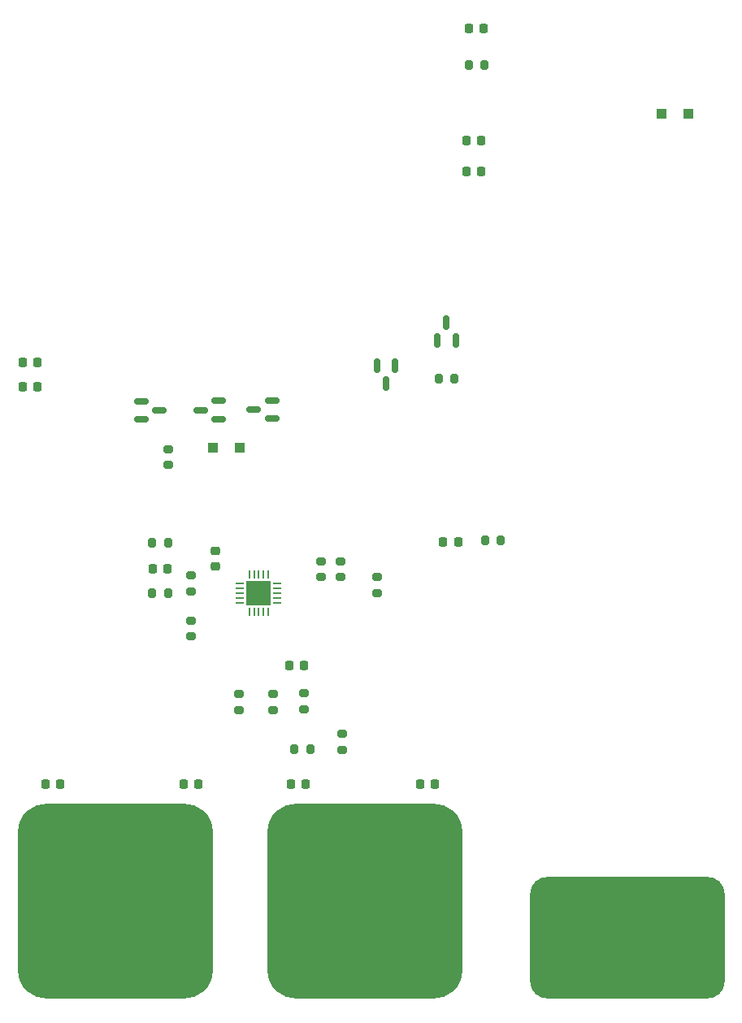
<source format=gbr>
%TF.GenerationSoftware,KiCad,Pcbnew,9.0.3*%
%TF.CreationDate,2025-08-01T10:01:51-04:00*%
%TF.ProjectId,ECG,4543472e-6b69-4636-9164-5f7063625858,rev?*%
%TF.SameCoordinates,Original*%
%TF.FileFunction,Paste,Top*%
%TF.FilePolarity,Positive*%
%FSLAX46Y46*%
G04 Gerber Fmt 4.6, Leading zero omitted, Abs format (unit mm)*
G04 Created by KiCad (PCBNEW 9.0.3) date 2025-08-01 10:01:51*
%MOMM*%
%LPD*%
G01*
G04 APERTURE LIST*
G04 Aperture macros list*
%AMRoundRect*
0 Rectangle with rounded corners*
0 $1 Rounding radius*
0 $2 $3 $4 $5 $6 $7 $8 $9 X,Y pos of 4 corners*
0 Add a 4 corners polygon primitive as box body*
4,1,4,$2,$3,$4,$5,$6,$7,$8,$9,$2,$3,0*
0 Add four circle primitives for the rounded corners*
1,1,$1+$1,$2,$3*
1,1,$1+$1,$4,$5*
1,1,$1+$1,$6,$7*
1,1,$1+$1,$8,$9*
0 Add four rect primitives between the rounded corners*
20,1,$1+$1,$2,$3,$4,$5,0*
20,1,$1+$1,$4,$5,$6,$7,0*
20,1,$1+$1,$6,$7,$8,$9,0*
20,1,$1+$1,$8,$9,$2,$3,0*%
G04 Aperture macros list end*
%ADD10C,0.000000*%
%ADD11RoundRect,0.200000X-0.275000X0.200000X-0.275000X-0.200000X0.275000X-0.200000X0.275000X0.200000X0*%
%ADD12RoundRect,0.225000X0.225000X0.250000X-0.225000X0.250000X-0.225000X-0.250000X0.225000X-0.250000X0*%
%ADD13RoundRect,0.225000X-0.225000X-0.250000X0.225000X-0.250000X0.225000X0.250000X-0.225000X0.250000X0*%
%ADD14RoundRect,3.048000X7.112000X7.112000X-7.112000X7.112000X-7.112000X-7.112000X7.112000X-7.112000X0*%
%ADD15RoundRect,0.200000X0.275000X-0.200000X0.275000X0.200000X-0.275000X0.200000X-0.275000X-0.200000X0*%
%ADD16RoundRect,0.200000X0.200000X0.275000X-0.200000X0.275000X-0.200000X-0.275000X0.200000X-0.275000X0*%
%ADD17RoundRect,1.905000X8.255000X4.445000X-8.255000X4.445000X-8.255000X-4.445000X8.255000X-4.445000X0*%
%ADD18RoundRect,0.150000X0.150000X-0.587500X0.150000X0.587500X-0.150000X0.587500X-0.150000X-0.587500X0*%
%ADD19RoundRect,0.200000X-0.200000X-0.275000X0.200000X-0.275000X0.200000X0.275000X-0.200000X0.275000X0*%
%ADD20RoundRect,0.150000X0.587500X0.150000X-0.587500X0.150000X-0.587500X-0.150000X0.587500X-0.150000X0*%
%ADD21RoundRect,0.150000X-0.587500X-0.150000X0.587500X-0.150000X0.587500X0.150000X-0.587500X0.150000X0*%
%ADD22RoundRect,0.250000X-0.300000X-0.300000X0.300000X-0.300000X0.300000X0.300000X-0.300000X0.300000X0*%
%ADD23RoundRect,0.218750X0.218750X0.256250X-0.218750X0.256250X-0.218750X-0.256250X0.218750X-0.256250X0*%
%ADD24RoundRect,0.218750X-0.218750X-0.256250X0.218750X-0.256250X0.218750X0.256250X-0.218750X0.256250X0*%
%ADD25RoundRect,0.150000X-0.150000X0.587500X-0.150000X-0.587500X0.150000X-0.587500X0.150000X0.587500X0*%
%ADD26RoundRect,0.225000X-0.250000X0.225000X-0.250000X-0.225000X0.250000X-0.225000X0.250000X0.225000X0*%
%ADD27R,0.274600X0.804800*%
%ADD28R,0.804800X0.274600*%
%ADD29R,2.650000X2.650000*%
G04 APERTURE END LIST*
D10*
%TO.C,U1*%
G36*
X121537602Y-87193000D02*
G01*
X120412602Y-87193000D01*
X120412602Y-86068000D01*
X121537602Y-86068000D01*
X121537602Y-87193000D01*
G37*
G36*
X121537602Y-88518000D02*
G01*
X120412602Y-88518000D01*
X120412602Y-87393000D01*
X121537602Y-87393000D01*
X121537602Y-88518000D01*
G37*
G36*
X122862602Y-87193000D02*
G01*
X121737602Y-87193000D01*
X121737602Y-86068000D01*
X122862602Y-86068000D01*
X122862602Y-87193000D01*
G37*
G36*
X122862602Y-88518000D02*
G01*
X121737602Y-88518000D01*
X121737602Y-87393000D01*
X122862602Y-87393000D01*
X122862602Y-88518000D01*
G37*
%TD*%
D11*
%TO.C,R8*%
X130340001Y-101967999D03*
X130340001Y-103617999D03*
%TD*%
D12*
%TO.C,C4*%
X112140001Y-84792999D03*
X110590001Y-84792999D03*
%TD*%
D11*
%TO.C,R7*%
X114590001Y-85467999D03*
X114590001Y-87117999D03*
%TD*%
D13*
%TO.C,C13*%
X97028000Y-63276000D03*
X98578000Y-63276000D03*
%TD*%
D14*
%TO.C,TP11*%
X106680000Y-119380000D03*
%TD*%
D13*
%TO.C,C9*%
X113779000Y-107188000D03*
X115329000Y-107188000D03*
%TD*%
D15*
%TO.C,R15*%
X112200000Y-73925000D03*
X112200000Y-72275000D03*
%TD*%
D16*
%TO.C,R17*%
X112165001Y-82042999D03*
X110515001Y-82042999D03*
%TD*%
D15*
%TO.C,R4*%
X123090001Y-99442999D03*
X123090001Y-97792999D03*
%TD*%
D17*
%TO.C,TP9*%
X160020000Y-123190000D03*
%TD*%
D18*
%TO.C,Q1*%
X140250000Y-60937500D03*
X142150000Y-60937500D03*
X141200000Y-59062500D03*
%TD*%
D13*
%TO.C,C1*%
X143243000Y-40132000D03*
X144793000Y-40132000D03*
%TD*%
D19*
%TO.C,R1*%
X145190001Y-81792999D03*
X146840001Y-81792999D03*
%TD*%
D13*
%TO.C,C14*%
X97028000Y-65786000D03*
X98578000Y-65786000D03*
%TD*%
D15*
%TO.C,R13*%
X128090001Y-85617999D03*
X128090001Y-83967999D03*
%TD*%
D13*
%TO.C,C12*%
X143243000Y-43307000D03*
X144793000Y-43307000D03*
%TD*%
D20*
%TO.C,Q5*%
X123000000Y-69100000D03*
X123000000Y-67200000D03*
X121125000Y-68150000D03*
%TD*%
D15*
%TO.C,R10*%
X126340001Y-99367999D03*
X126340001Y-97717999D03*
%TD*%
D14*
%TO.C,TP10*%
X132715000Y-119380000D03*
%TD*%
D21*
%TO.C,Q3*%
X109400000Y-67300000D03*
X109400000Y-69200000D03*
X111275000Y-68250000D03*
%TD*%
D13*
%TO.C,C8*%
X124955000Y-107188000D03*
X126505000Y-107188000D03*
%TD*%
D22*
%TO.C,D2*%
X116837000Y-72136000D03*
X119637000Y-72136000D03*
%TD*%
D13*
%TO.C,C5*%
X124815001Y-94792999D03*
X126365001Y-94792999D03*
%TD*%
D11*
%TO.C,R5*%
X114590001Y-90142999D03*
X114590001Y-91792999D03*
%TD*%
D13*
%TO.C,C11*%
X99415000Y-107188000D03*
X100965000Y-107188000D03*
%TD*%
D16*
%TO.C,R9*%
X126990001Y-103542999D03*
X125340001Y-103542999D03*
%TD*%
D23*
%TO.C,D1*%
X142392500Y-81915000D03*
X140817500Y-81915000D03*
%TD*%
D24*
%TO.C,D4*%
X143510000Y-28448000D03*
X145085000Y-28448000D03*
%TD*%
D25*
%TO.C,Q4*%
X135850000Y-63562500D03*
X133950000Y-63562500D03*
X134900000Y-65437500D03*
%TD*%
D16*
%TO.C,R6*%
X112165001Y-87292999D03*
X110515001Y-87292999D03*
%TD*%
D15*
%TO.C,R3*%
X119590001Y-99442999D03*
X119590001Y-97792999D03*
%TD*%
D19*
%TO.C,R18*%
X143510000Y-32258000D03*
X145160000Y-32258000D03*
%TD*%
D26*
%TO.C,C3*%
X117100000Y-82925000D03*
X117100000Y-84475000D03*
%TD*%
D15*
%TO.C,R2*%
X130175000Y-85598000D03*
X130175000Y-83948000D03*
%TD*%
D22*
%TO.C,D3*%
X163573000Y-37338000D03*
X166373000Y-37338000D03*
%TD*%
D20*
%TO.C,Q2*%
X117437500Y-69150000D03*
X117437500Y-67250000D03*
X115562500Y-68200000D03*
%TD*%
D16*
%TO.C,R16*%
X142025000Y-64900000D03*
X140375000Y-64900000D03*
%TD*%
D15*
%TO.C,R12*%
X133985000Y-87267999D03*
X133985000Y-85617999D03*
%TD*%
D27*
%TO.C,U1*%
X120637601Y-89245399D03*
X121137603Y-89245399D03*
X121637602Y-89245399D03*
X122137601Y-89245399D03*
X122637603Y-89245399D03*
D28*
X123590001Y-88293001D03*
X123590001Y-87792999D03*
X123590001Y-87293000D03*
X123590001Y-86793001D03*
X123590001Y-86292999D03*
D27*
X122637603Y-85340601D03*
X122137601Y-85340601D03*
X121637602Y-85340601D03*
X121137603Y-85340601D03*
X120637601Y-85340601D03*
D28*
X119685203Y-86292999D03*
X119685203Y-86793001D03*
X119685203Y-87293000D03*
X119685203Y-87792999D03*
X119685203Y-88293001D03*
D29*
X121637602Y-87293000D03*
%TD*%
D13*
%TO.C,C10*%
X138425000Y-107188000D03*
X139975000Y-107188000D03*
%TD*%
M02*

</source>
